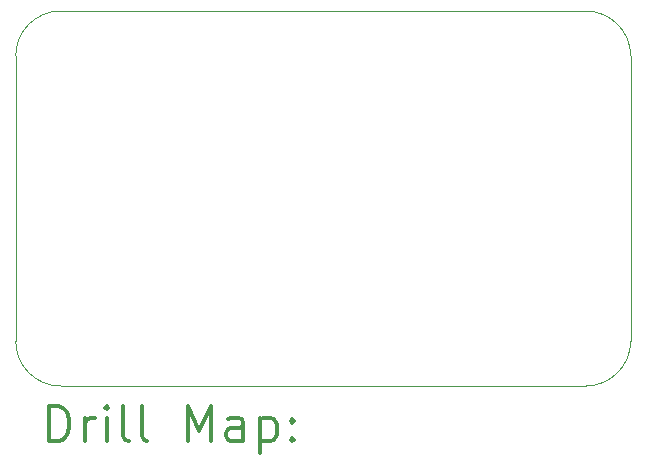
<source format=gbr>
%FSLAX45Y45*%
G04 Gerber Fmt 4.5, Leading zero omitted, Abs format (unit mm)*
G04 Created by KiCad (PCBNEW (5.1.12)-1) date 2022-06-04 11:27:31*
%MOMM*%
%LPD*%
G01*
G04 APERTURE LIST*
%TA.AperFunction,Profile*%
%ADD10C,0.050000*%
%TD*%
%ADD11C,0.200000*%
%ADD12C,0.300000*%
G04 APERTURE END LIST*
D10*
X14732000Y-7874000D02*
X14732000Y-7620000D01*
X9525000Y-10033000D02*
X9525000Y-9779000D01*
X9906000Y-10414000D02*
X10160000Y-10414000D01*
X9906000Y-7239000D02*
X10160000Y-7239000D01*
X9525000Y-9779000D02*
X9525000Y-7620000D01*
X9906000Y-10414000D02*
G75*
G02*
X9525000Y-10033000I0J381000D01*
G01*
X9525000Y-7620000D02*
G75*
G02*
X9906000Y-7239000I381000J0D01*
G01*
X14351000Y-10414000D02*
X10160000Y-10414000D01*
X14732000Y-10033000D02*
G75*
G02*
X14351000Y-10414000I-381000J0D01*
G01*
X14732000Y-7874000D02*
X14732000Y-10033000D01*
X14351000Y-7239000D02*
G75*
G02*
X14732000Y-7620000I0J-381000D01*
G01*
X10160000Y-7239000D02*
X14351000Y-7239000D01*
D11*
D12*
X9808928Y-10882214D02*
X9808928Y-10582214D01*
X9880357Y-10582214D01*
X9923214Y-10596500D01*
X9951786Y-10625072D01*
X9966071Y-10653643D01*
X9980357Y-10710786D01*
X9980357Y-10753643D01*
X9966071Y-10810786D01*
X9951786Y-10839357D01*
X9923214Y-10867929D01*
X9880357Y-10882214D01*
X9808928Y-10882214D01*
X10108928Y-10882214D02*
X10108928Y-10682214D01*
X10108928Y-10739357D02*
X10123214Y-10710786D01*
X10137500Y-10696500D01*
X10166071Y-10682214D01*
X10194643Y-10682214D01*
X10294643Y-10882214D02*
X10294643Y-10682214D01*
X10294643Y-10582214D02*
X10280357Y-10596500D01*
X10294643Y-10610786D01*
X10308928Y-10596500D01*
X10294643Y-10582214D01*
X10294643Y-10610786D01*
X10480357Y-10882214D02*
X10451786Y-10867929D01*
X10437500Y-10839357D01*
X10437500Y-10582214D01*
X10637500Y-10882214D02*
X10608928Y-10867929D01*
X10594643Y-10839357D01*
X10594643Y-10582214D01*
X10980357Y-10882214D02*
X10980357Y-10582214D01*
X11080357Y-10796500D01*
X11180357Y-10582214D01*
X11180357Y-10882214D01*
X11451786Y-10882214D02*
X11451786Y-10725072D01*
X11437500Y-10696500D01*
X11408928Y-10682214D01*
X11351786Y-10682214D01*
X11323214Y-10696500D01*
X11451786Y-10867929D02*
X11423214Y-10882214D01*
X11351786Y-10882214D01*
X11323214Y-10867929D01*
X11308928Y-10839357D01*
X11308928Y-10810786D01*
X11323214Y-10782214D01*
X11351786Y-10767929D01*
X11423214Y-10767929D01*
X11451786Y-10753643D01*
X11594643Y-10682214D02*
X11594643Y-10982214D01*
X11594643Y-10696500D02*
X11623214Y-10682214D01*
X11680357Y-10682214D01*
X11708928Y-10696500D01*
X11723214Y-10710786D01*
X11737500Y-10739357D01*
X11737500Y-10825072D01*
X11723214Y-10853643D01*
X11708928Y-10867929D01*
X11680357Y-10882214D01*
X11623214Y-10882214D01*
X11594643Y-10867929D01*
X11866071Y-10853643D02*
X11880357Y-10867929D01*
X11866071Y-10882214D01*
X11851786Y-10867929D01*
X11866071Y-10853643D01*
X11866071Y-10882214D01*
X11866071Y-10696500D02*
X11880357Y-10710786D01*
X11866071Y-10725072D01*
X11851786Y-10710786D01*
X11866071Y-10696500D01*
X11866071Y-10725072D01*
M02*

</source>
